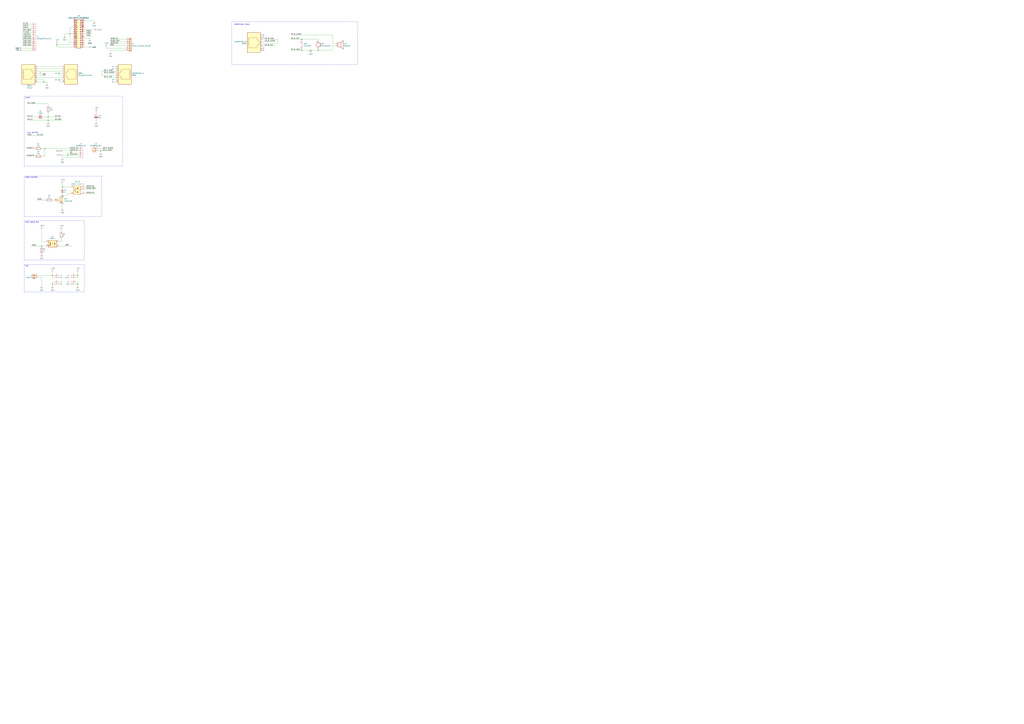
<source format=kicad_sch>
(kicad_sch (version 20211123) (generator eeschema)
  (paper "A0")
  (lib_symbols
    (symbol "Connector:8P8C" (pin_names (offset 1.016))
      (property "Reference" "J" (at -5.08 13.97 0))
      (property "Value" "8P8C" (at 2.54 13.97 0))
      (symbol "8P8C_0_1"
        (polyline (pts (xy -5.08 4.445) (xy -6.35 4.445)))
        (polyline (pts (xy -5.08 5.715) (xy -6.35 5.715)))
        (polyline (pts (xy -6.35 -3.175) (xy -5.08 -3.175) (xy -5.08 -3.175)))
        (polyline (pts (xy -6.35 -1.905) (xy -5.08 -1.905) (xy -5.08 -1.905)))
        (polyline (pts (xy -6.35 -0.635) (xy -5.08 -0.635) (xy -5.08 -0.635)))
        (polyline (pts (xy -6.35 0.635) (xy -5.08 0.635) (xy -5.08 0.635)))
        (polyline (pts (xy -6.35 1.905) (xy -5.08 1.905) (xy -5.08 1.905)))
        (polyline (pts (xy -5.08 3.175) (xy -6.35 3.175) (xy -6.35 3.175)))
        (polyline (pts (xy -6.35 -4.445) (xy -6.35 6.985) (xy 3.81 6.985) (xy 3.81 4.445) (xy 5.08 4.445) (xy 5.08 3.175) (xy 6.35 3.175) (xy 6.35 -0.635) (xy 5.08 -0.635) (xy 5.08 -1.905) (xy 3.81 -1.905) (xy 3.81 -4.445) (xy -6.35 -4.445) (xy -6.35 -4.445)))
        (rectangle (start 7.62 12.7) (end -7.62 -10.16) (stroke (width 0.254)) (fill (type background)))
      )
      (symbol "8P8C_1_1"
        (pin passive line (at 10.16 -7.62 180) (length 2.54) (name "~") (number "1"))
        (pin passive line (at 10.16 -5.08 180) (length 2.54) (name "~") (number "2"))
        (pin passive line (at 10.16 -2.54 180) (length 2.54) (name "~") (number "3"))
        (pin passive line (at 10.16 0 180) (length 2.54) (name "~") (number "4"))
        (pin passive line (at 10.16 2.54 180) (length 2.54) (name "~") (number "5"))
        (pin passive line (at 10.16 5.08 180) (length 2.54) (name "~") (number "6"))
        (pin passive line (at 10.16 7.62 180) (length 2.54) (name "~") (number "7"))
        (pin passive line (at 10.16 10.16 180) (length 2.54) (name "~") (number "8"))
      )
    )
    (symbol "Connector:Conn_01x02_Female" (pin_names (offset 1.016) hide)
      (property "Reference" "J" (at 0 2.54 0))
      (property "Value" "Conn_01x02_Female" (at 0 -5.08 0))
      (symbol "Conn_01x02_Female_1_1"
        (arc (start 0 -2.032) (mid -0.508 -2.54) (end 0 -3.048) (stroke (width 0.1524)))
        (polyline (pts (xy -1.27 -2.54) (xy -0.508 -2.54)) (stroke (width 0.1524)))
        (polyline (pts (xy -1.27 0) (xy -0.508 0)) (stroke (width 0.1524)))
        (arc (start 0 0.508) (mid -0.508 0) (end 0 -0.508) (stroke (width 0.1524)))
        (pin passive line (at -5.08 0 0) (length 3.81) (name "Pin_1") (number "1"))
        (pin passive line (at -5.08 -2.54 0) (length 3.81) (name "Pin_2") (number "2"))
      )
    )
    (symbol "Connector:Conn_01x05_Female" (pin_names (offset 1.016) hide)
      (property "Reference" "J" (at 0 7.62 0))
      (property "Value" "Conn_01x05_Female" (at 0 -7.62 0))
      (symbol "Conn_01x05_Female_1_1"
        (arc (start 0 -4.572) (mid -0.508 -5.08) (end 0 -5.588) (stroke (width 0.1524)))
        (arc (start 0 -2.032) (mid -0.508 -2.54) (end 0 -3.048) (stroke (width 0.1524)))
        (polyline (pts (xy -1.27 -5.08) (xy -0.508 -5.08)) (stroke (width 0.1524)))
        (polyline (pts (xy -1.27 -2.54) (xy -0.508 -2.54)) (stroke (width 0.1524)))
        (polyline (pts (xy -1.27 0) (xy -0.508 0)) (stroke (width 0.1524)))
        (polyline (pts (xy -1.27 2.54) (xy -0.508 2.54)) (stroke (width 0.1524)))
        (polyline (pts (xy -1.27 5.08) (xy -0.508 5.08)) (stroke (width 0.1524)))
        (arc (start 0 0.508) (mid -0.508 0) (end 0 -0.508) (stroke (width 0.1524)))
        (arc (start 0 3.048) (mid -0.508 2.54) (end 0 2.032) (stroke (width 0.1524)))
        (arc (start 0 5.588) (mid -0.508 5.08) (end 0 4.572) (stroke (width 0.1524)))
        (pin passive line (at -5.08 5.08 0) (length 3.81) (name "Pin_1") (number "1"))
        (pin passive line (at -5.08 2.54 0) (length 3.81) (name "Pin_2") (number "2"))
        (pin passive line (at -5.08 0 0) (length 3.81) (name "Pin_3") (number "3"))
        (pin passive line (at -5.08 -2.54 0) (length 3.81) (name "Pin_4") (number "4"))
        (pin passive line (at -5.08 -5.08 0) (length 3.81) (name "Pin_5") (number "5"))
      )
    )
    (symbol "Connector:Conn_01x13_Female" (pin_names (offset 1.016) hide)
      (property "Reference" "J" (at 0 17.78 0))
      (property "Value" "Conn_01x13_Female" (at 0 -17.78 0))
      (symbol "Conn_01x13_Female_1_1"
        (arc (start 0 -14.732) (mid -0.508 -15.24) (end 0 -15.748) (stroke (width 0.1524)))
        (arc (start 0 -12.192) (mid -0.508 -12.7) (end 0 -13.208) (stroke (width 0.1524)))
        (arc (start 0 -9.652) (mid -0.508 -10.16) (end 0 -10.668) (stroke (width 0.1524)))
        (arc (start 0 -7.112) (mid -0.508 -7.62) (end 0 -8.128) (stroke (width 0.1524)))
        (arc (start 0 -4.572) (mid -0.508 -5.08) (end 0 -5.588) (stroke (width 0.1524)))
        (arc (start 0 -2.032) (mid -0.508 -2.54) (end 0 -3.048) (stroke (width 0.1524)))
        (polyline (pts (xy -1.27 -15.24) (xy -0.508 -15.24)) (stroke (width 0.1524)))
        (polyline (pts (xy -1.27 -12.7) (xy -0.508 -12.7)) (stroke (width 0.1524)))
        (polyline (pts (xy -1.27 -10.16) (xy -0.508 -10.16)) (stroke (width 0.1524)))
        (polyline (pts (xy -1.27 -7.62) (xy -0.508 -7.62)) (stroke (width 0.1524)))
        (polyline (pts (xy -1.27 -5.08) (xy -0.508 -5.08)) (stroke (width 0.1524)))
        (polyline (pts (xy -1.27 -2.54) (xy -0.508 -2.54)) (stroke (width 0.1524)))
        (polyline (pts (xy -1.27 0) (xy -0.508 0)) (stroke (width 0.1524)))
        (polyline (pts (xy -1.27 2.54) (xy -0.508 2.54)) (stroke (width 0.1524)))
        (polyline (pts (xy -1.27 5.08) (xy -0.508 5.08)) (stroke (width 0.1524)))
        (polyline (pts (xy -1.27 7.62) (xy -0.508 7.62)) (stroke (width 0.1524)))
        (polyline (pts (xy -1.27 10.16) (xy -0.508 10.16)) (stroke (width 0.1524)))
        (polyline (pts (xy -1.27 12.7) (xy -0.508 12.7)) (stroke (width 0.1524)))
        (polyline (pts (xy -1.27 15.24) (xy -0.508 15.24)) (stroke (width 0.1524)))
        (arc (start 0 0.508) (mid -0.508 0) (end 0 -0.508) (stroke (width 0.1524)))
        (arc (start 0 3.048) (mid -0.508 2.54) (end 0 2.032) (stroke (width 0.1524)))
        (arc (start 0 5.588) (mid -0.508 5.08) (end 0 4.572) (stroke (width 0.1524)))
        (arc (start 0 8.128) (mid -0.508 7.62) (end 0 7.112) (stroke (width 0.1524)))
        (arc (start 0 10.668) (mid -0.508 10.16) (end 0 9.652) (stroke (width 0.1524)))
        (arc (start 0 13.208) (mid -0.508 12.7) (end 0 12.192) (stroke (width 0.1524)))
        (arc (start 0 15.748) (mid -0.508 15.24) (end 0 14.732) (stroke (width 0.1524)))
        (pin passive line (at -5.08 15.24 0) (length 3.81) (name "Pin_1") (number "1"))
        (pin passive line (at -5.08 -7.62 0) (length 3.81) (name "Pin_10") (number "10"))
        (pin passive line (at -5.08 -10.16 0) (length 3.81) (name "Pin_11") (number "11"))
        (pin passive line (at -5.08 -12.7 0) (length 3.81) (name "Pin_12") (number "12"))
        (pin passive line (at -5.08 -15.24 0) (length 3.81) (name "Pin_13") (number "13"))
        (pin passive line (at -5.08 12.7 0) (length 3.81) (name "Pin_2") (number "2"))
        (pin passive line (at -5.08 10.16 0) (length 3.81) (name "Pin_3") (number "3"))
        (pin passive line (at -5.08 7.62 0) (length 3.81) (name "Pin_4") (number "4"))
        (pin passive line (at -5.08 5.08 0) (length 3.81) (name "Pin_5") (number "5"))
        (pin passive line (at -5.08 2.54 0) (length 3.81) (name "Pin_6") (number "6"))
        (pin passive line (at -5.08 0 0) (length 3.81) (name "Pin_7") (number "7"))
        (pin passive line (at -5.08 -2.54 0) (length 3.81) (name "Pin_8") (number "8"))
        (pin passive line (at -5.08 -5.08 0) (length 3.81) (name "Pin_9") (number "9"))
      )
    )
    (symbol "Connector:Screw_Terminal_01x02" (pin_names (offset 1.016) hide)
      (property "Reference" "J" (at 0 2.54 0))
      (property "Value" "Screw_Terminal_01x02" (at 0 -5.08 0))
      (symbol "Screw_Terminal_01x02_1_1"
        (rectangle (start -1.27 1.27) (end 1.27 -3.81) (stroke (width 0.254)) (fill (type background)))
        (circle (center 0 -2.54) (radius 0.635) (stroke (width 0.1524)))
        (polyline (pts (xy -0.5334 -2.2098) (xy 0.3302 -3.048)) (stroke (width 0.1524)))
        (polyline (pts (xy -0.5334 0.3302) (xy 0.3302 -0.508)) (stroke (width 0.1524)))
        (polyline (pts (xy -0.3556 -2.032) (xy 0.508 -2.8702)) (stroke (width 0.1524)))
        (polyline (pts (xy -0.3556 0.508) (xy 0.508 -0.3302)) (stroke (width 0.1524)))
        (circle (center 0 0) (radius 0.635) (stroke (width 0.1524)))
        (pin passive line (at -5.08 0 0) (length 3.81) (name "Pin_1") (number "1"))
        (pin passive line (at -5.08 -2.54 0) (length 3.81) (name "Pin_2") (number "2"))
      )
    )
    (symbol "Connector:Screw_Terminal_01x06" (pin_names (offset 1.016) hide)
      (property "Reference" "J" (at 0 7.62 0))
      (property "Value" "Screw_Terminal_01x06" (at 0 -10.16 0))
      (symbol "Screw_Terminal_01x06_1_1"
        (rectangle (start -1.27 6.35) (end 1.27 -8.89) (stroke (width 0.254)) (fill (type background)))
        (circle (center 0 -7.62) (radius 0.635) (stroke (width 0.1524)))
        (circle (center 0 -5.08) (radius 0.635) (stroke (width 0.1524)))
        (circle (center 0 -2.54) (radius 0.635) (stroke (width 0.1524)))
        (polyline (pts (xy -0.5334 -7.2898) (xy 0.3302 -8.128)) (stroke (width 0.1524)))
        (polyline (pts (xy -0.5334 -4.7498) (xy 0.3302 -5.588)) (stroke (width 0.1524)))
        (polyline (pts (xy -0.5334 -2.2098) (xy 0.3302 -3.048)) (stroke (width 0.1524)))
        (polyline (pts (xy -0.5334 0.3302) (xy 0.3302 -0.508)) (stroke (width 0.1524)))
        (polyline (pts (xy -0.5334 2.8702) (xy 0.3302 2.032)) (stroke (width 0.1524)))
        (polyline (pts (xy -0.5334 5.4102) (xy 0.3302 4.572)) (stroke (width 0.1524)))
        (polyline (pts (xy -0.3556 -7.112) (xy 0.508 -7.9502)) (stroke (width 0.1524)))
        (polyline (pts (xy -0.3556 -4.572) (xy 0.508 -5.4102)) (stroke (width 0.1524)))
        (polyline (pts (xy -0.3556 -2.032) (xy 0.508 -2.8702)) (stroke (width 0.1524)))
        (polyline (pts (xy -0.3556 0.508) (xy 0.508 -0.3302)) (stroke (width 0.1524)))
        (polyline (pts (xy -0.3556 3.048) (xy 0.508 2.2098)) (stroke (width 0.1524)))
        (polyline (pts (xy -0.3556 5.588) (xy 0.508 4.7498)) (stroke (width 0.1524)))
        (circle (center 0 0) (radius 0.635) (stroke (width 0.1524)))
        (circle (center 0 2.54) (radius 0.635) (stroke (width 0.1524)))
        (circle (center 0 5.08) (radius 0.635) (stroke (width 0.1524)))
        (pin passive line (at -5.08 5.08 0) (length 3.81) (name "Pin_1") (number "1"))
        (pin passive line (at -5.08 2.54 0) (length 3.81) (name "Pin_2") (number "2"))
        (pin passive line (at -5.08 0 0) (length 3.81) (name "Pin_3") (number "3"))
        (pin passive line (at -5.08 -2.54 0) (length 3.81) (name "Pin_4") (number "4"))
        (pin passive line (at -5.08 -5.08 0) (length 3.81) (name "Pin_5") (number "5"))
        (pin passive line (at -5.08 -7.62 0) (length 3.81) (name "Pin_6") (number "6"))
      )
    )
    (symbol "Connector_Generic:Conn_01x02" (pin_names (offset 1.016) hide)
      (property "Reference" "J" (at 0 2.54 0))
      (property "Value" "Conn_01x02" (at 0 -5.08 0))
      (symbol "Conn_01x02_1_1"
        (rectangle (start -1.27 -2.413) (end 0 -2.667) (stroke (width 0.1524)))
        (rectangle (start -1.27 0.127) (end 0 -0.127) (stroke (width 0.1524)))
        (rectangle (start -1.27 1.27) (end 1.27 -3.81) (stroke (width 0.254)) (fill (type background)))
        (pin passive line (at -5.08 0 0) (length 3.81) (name "Pin_1") (number "1"))
        (pin passive line (at -5.08 -2.54 0) (length 3.81) (name "Pin_2") (number "2"))
      )
    )
    (symbol "Connector_Generic:Conn_02x13_Top_Bottom" (pin_names (offset 1.016) hide)
      (property "Reference" "J" (at 1.27 17.78 0))
      (property "Value" "Conn_02x13_Top_Bottom" (at 1.27 -17.78 0))
      (symbol "Conn_02x13_Top_Bottom_1_1"
        (rectangle (start -1.27 -15.113) (end 0 -15.367) (stroke (width 0.1524)))
        (rectangle (start -1.27 -12.573) (end 0 -12.827) (stroke (width 0.1524)))
        (rectangle (start -1.27 -10.033) (end 0 -10.287) (stroke (width 0.1524)))
        (rectangle (start -1.27 -7.493) (end 0 -7.747) (stroke (width 0.1524)))
        (rectangle (start -1.27 -4.953) (end 0 -5.207) (stroke (width 0.1524)))
        (rectangle (start -1.27 -2.413) (end 0 -2.667) (stroke (width 0.1524)))
        (rectangle (start -1.27 0.127) (end 0 -0.127) (stroke (width 0.1524)))
        (rectangle (start -1.27 2.667) (end 0 2.413) (stroke (width 0.1524)))
        (rectangle (start -1.27 5.207) (end 0 4.953) (stroke (width 0.1524)))
        (rectangle (start -1.27 7.747) (end 0 7.493) (stroke (width 0.1524)))
        (rectangle (start -1.27 10.287) (end 0 10.033) (stroke (width 0.1524)))
        (rectangle (start -1.27 12.827) (end 0 12.573) (stroke (width 0.1524)))
        (rectangle (start -1.27 15.367) (end 0 15.113) (stroke (width 0.1524)))
        (rectangle (start -1.27 16.51) (end 3.81 -16.51) (stroke (width 0.254)) (fill (type background)))
        (rectangle (start 3.81 -15.113) (end 2.54 -15.367) (stroke (width 0.1524)))
        (rectangle (start 3.81 -12.573) (end 2.54 -12.827) (stroke (width 0.1524)))
        (rectangle (start 3.81 -10.033) (end 2.54 -10.287) (stroke (width 0.1524)))
        (rectangle (start 3.81 -7.493) (end 2.54 -7.747) (stroke (width 0.1524)))
        (rectangle (start 3.81 -4.953) (end 2.54 -5.207) (stroke (width 0.1524)))
        (rectangle (start 3.81 -2.413) (end 2.54 -2.667) (stroke (width 0.1524)))
        (rectangle (start 3.81 0.127) (end 2.54 -0.127) (stroke (width 0.1524)))
        (rectangle (start 3.81 2.667) (end 2.54 2.413) (stroke (width 0.1524)))
        (rectangle (start 3.81 5.207) (end 2.54 4.953) (stroke (width 0.1524)))
        (rectangle (start 3.81 7.747) (end 2.54 7.493) (stroke (width 0.1524)))
        (rectangle (start 3.81 10.287) (end 2.54 10.033) (stroke (width 0.1524)))
        (rectangle (start 3.81 12.827) (end 2.54 12.573) (stroke (width 0.1524)))
        (rectangle (start 3.81 15.367) (end 2.54 15.113) (stroke (width 0.1524)))
        (pin passive line (at -5.08 15.24 0) (length 3.81) (name "Pin_1") (number "1"))
        (pin passive line (at -5.08 -7.62 0) (length 3.81) (name "Pin_10") (number "10"))
        (pin passive line (at -5.08 -10.16 0) (length 3.81) (name "Pin_11") (number "11"))
        (pin passive line (at -5.08 -12.7 0) (length 3.81) (name "Pin_12") (number "12"))
        (pin passive line (at -5.08 -15.24 0) (length 3.81) (name "Pin_13") (number "13"))
        (pin passive line (at 7.62 15.24 180) (length 3.81) (name "Pin_14") (number "14"))
        (pin passive line (at 7.62 12.7 180) (length 3.81) (name "Pin_15") (number "15"))
        (pin passive line (at 7.62 10.16 180) (length 3.81) (name "Pin_16") (number "16"))
        (pin passive line (at 7.62 7.62 180) (length 3.81) (name "Pin_17") (number "17"))
        (pin passive line (at 7.62 5.08 180) (length 3.81) (name "Pin_18") (number "18"))
        (pin passive line (at 7.62 2.54 180) (length 3.81) (name "Pin_19") (number "19"))
        (pin passive line (at -5.08 12.7 0) (length 3.81) (name "Pin_2") (number "2"))
        (pin passive line (at 7.62 0 180) (length 3.81) (name "Pin_20") (number "20"))
        (pin passive line (at 7.62 -2.54 180) (length 3.81) (name "Pin_21") (number "21"))
        (pin passive line (at 7.62 -5.08 180) (length 3.81) (name "Pin_22") (number "22"))
        (pin passive line (at 7.62 -7.62 180) (length 3.81) (name "Pin_23") (number "23"))
        (pin passive line (at 7.62 -10.16 180) (length 3.81) (name "Pin_24") (number "24"))
        (pin passive line (at 7.62 -12.7 180) (length 3.81) (name "Pin_25") (number "25"))
        (pin passive line (at 7.62 -15.24 180) (length 3.81) (name "Pin_26") (number "26"))
        (pin passive line (at -5.08 10.16 0) (length 3.81) (name "Pin_3") (number "3"))
        (pin passive line (at -5.08 7.62 0) (length 3.81) (name "Pin_4") (number "4"))
        (pin passive line (at -5.08 5.08 0) (length 3.81) (name "Pin_5") (number "5"))
        (pin passive line (at -5.08 2.54 0) (length 3.81) (name "Pin_6") (number "6"))
        (pin passive line (at -5.08 0 0) (length 3.81) (name "Pin_7") (number "7"))
        (pin passive line (at -5.08 -2.54 0) (length 3.81) (name "Pin_8") (number "8"))
        (pin passive line (at -5.08 -5.08 0) (length 3.81) (name "Pin_9") (number "9"))
      )
    )
    (symbol "Device:C" (pin_numbers hide) (pin_names (offset 0.254))
      (property "Reference" "C" (at 0.635 2.54 0))
      (property "Value" "C" (at 0.635 -2.54 0))
      (symbol "C_0_1"
        (polyline (pts (xy -2.032 -0.762) (xy 2.032 -0.762)) (stroke (width 0.508)))
        (polyline (pts (xy -2.032 0.762) (xy 2.032 0.762)) (stroke (width 0.508)))
      )
      (symbol "C_1_1"
        (pin passive line (at 0 3.81 270) (length 2.794) (name "~") (number "1"))
        (pin passive line (at 0 -3.81 90) (length 2.794) (name "~") (number "2"))
      )
    )
    (symbol "Device:D" (pin_numbers hide) (pin_names (offset 1.016) hide)
      (property "Reference" "D" (at 0 2.54 0))
      (property "Value" "D" (at 0 -2.54 0))
      (symbol "D_0_1"
        (polyline (pts (xy -1.27 1.27) (xy -1.27 -1.27)) (stroke (width 0.254)))
        (polyline (pts (xy 1.27 0) (xy -1.27 0)))
        (polyline (pts (xy 1.27 1.27) (xy 1.27 -1.27) (xy -1.27 0) (xy 1.27 1.27)) (stroke (width 0.254)))
      )
      (symbol "D_1_1"
        (pin passive line (at -3.81 0 0) (length 2.54) (name "K") (number "1"))
        (pin passive line (at 3.81 0 180) (length 2.54) (name "A") (number "2"))
      )
    )
    (symbol "Device:Microphone" (pin_names (offset 0.0254) hide)
      (property "Reference" "MK" (at -3.81 1.27 0))
      (property "Value" "Microphone" (at -3.81 -0.635 0))
      (symbol "Microphone_0_1"
        (polyline (pts (xy -2.54 2.54) (xy -2.54 -2.54)) (stroke (width 0.254)))
        (polyline (pts (xy 0.254 3.81) (xy 0.762 3.81)))
        (polyline (pts (xy 0.508 4.064) (xy 0.508 3.556)))
        (circle (center 0 0) (radius 2.54) (stroke (width 0.254)))
      )
      (symbol "Microphone_1_1"
        (pin passive line (at 0 -5.08 90) (length 2.54) (name "-") (number "1"))
        (pin passive line (at 0 5.08 270) (length 2.54) (name "+") (number "2"))
      )
    )
    (symbol "Device:R" (pin_numbers hide) (pin_names (offset 0))
      (property "Reference" "R" (at 2.032 0 90))
      (property "Value" "R" (at 0 0 90))
      (symbol "R_0_1"
        (rectangle (start -1.016 -2.54) (end 1.016 2.54) (stroke (width 0.254)))
      )
      (symbol "R_1_1"
        (pin passive line (at 0 3.81 270) (length 1.27) (name "~") (number "1"))
        (pin passive line (at 0 -3.81 90) (length 1.27) (name "~") (number "2"))
      )
    )
    (symbol "Device:Speaker" (pin_names (offset 0) hide)
      (property "Reference" "LS" (at 1.27 5.715 0))
      (property "Value" "Speaker" (at 1.27 3.81 0))
      (symbol "Speaker_0_0"
        (rectangle (start -2.54 1.27) (end 1.016 -3.81) (stroke (width 0.254)))
        (polyline (pts (xy 1.016 1.27) (xy 3.556 3.81) (xy 3.556 -6.35) (xy 1.016 -3.81)) (stroke (width 0.254)))
      )
      (symbol "Speaker_1_1"
        (pin input line (at -5.08 0 0) (length 2.54) (name "1") (number "1"))
        (pin input line (at -5.08 -2.54 0) (length 2.54) (name "2") (number "2"))
      )
    )
    (symbol "Isolator:PC817" (pin_names (offset 1.016))
      (property "Reference" "U" (at -5.08 5.08 0))
      (property "Value" "PC817" (at 0 5.08 0))
      (symbol "PC817_0_1"
        (rectangle (start -5.08 3.81) (end 5.08 -3.81) (stroke (width 0.254)) (fill (type background)))
        (polyline (pts (xy -3.175 -0.635) (xy -1.905 -0.635)) (stroke (width 0.254)))
        (polyline (pts (xy 2.54 0.635) (xy 4.445 2.54)))
        (polyline (pts (xy 4.445 -2.54) (xy 2.54 -0.635)) (fill (type outline)))
        (polyline (pts (xy 4.445 -2.54) (xy 5.08 -2.54)))
        (polyline (pts (xy 4.445 2.54) (xy 5.08 2.54)))
        (polyline (pts (xy -5.08 2.54) (xy -2.54 2.54) (xy -2.54 -0.635)))
        (polyline (pts (xy -2.54 -0.635) (xy -2.54 -2.54) (xy -5.08 -2.54)))
        (polyline (pts (xy 2.54 1.905) (xy 2.54 -1.905) (xy 2.54 -1.905)) (stroke (width 0.508)))
        (polyline (pts (xy -2.54 -0.635) (xy -3.175 0.635) (xy -1.905 0.635) (xy -2.54 -0.635)) (stroke (width 0.254)))
        (polyline (pts (xy -0.508 -0.508) (xy 0.762 -0.508) (xy 0.381 -0.635) (xy 0.381 -0.381) (xy 0.762 -0.508)))
        (polyline (pts (xy -0.508 0.508) (xy 0.762 0.508) (xy 0.381 0.381) (xy 0.381 0.635) (xy 0.762 0.508)))
        (polyline (pts (xy 3.048 -1.651) (xy 3.556 -1.143) (xy 4.064 -2.159) (xy 3.048 -1.651) (xy 3.048 -1.651)) (fill (type outline)))
      )
      (symbol "PC817_1_1"
        (pin passive line (at -7.62 2.54 0) (length 2.54) (name "~") (number "1"))
        (pin passive line (at -7.62 -2.54 0) (length 2.54) (name "~") (number "2"))
        (pin passive line (at 7.62 -2.54 180) (length 2.54) (name "~") (number "3"))
        (pin passive line (at 7.62 2.54 180) (length 2.54) (name "~") (number "4"))
      )
    )
    (symbol "Switch:SW_SPST" (pin_names (offset 0) hide)
      (property "Reference" "SW" (at 0 3.175 0))
      (property "Value" "SW_SPST" (at 0 -2.54 0))
      (symbol "SW_SPST_0_0"
        (circle (center -2.032 0) (radius 0.508))
        (polyline (pts (xy -1.524 0.254) (xy 1.524 1.778)))
        (circle (center 2.032 0) (radius 0.508))
      )
      (symbol "SW_SPST_1_1"
        (pin passive line (at -5.08 0 0) (length 2.54) (name "A") (number "1"))
        (pin passive line (at 5.08 0 180) (length 2.54) (name "B") (number "2"))
      )
    )
    (symbol "doorphone_hw-rescue:+3.3V-power" (power) (pin_names (offset 0))
      (property "Value" "+3.3V-power" (at 0 3.556 0))
      (symbol "+3.3V-power_0_1"
        (polyline (pts (xy -0.762 1.27) (xy 0 2.54)))
        (polyline (pts (xy 0 0) (xy 0 2.54)))
        (polyline (pts (xy 0 2.54) (xy 0.762 1.27)))
      )
      (symbol "+3.3V-power_1_1"
        (pin power_in line (at 0 0 90) (length 0) hide (name "+3V3") (number "1"))
      )
    )
    (symbol "doorphone_hw-rescue:2N5109-dk_Transistors-Bipolar-BJT-RF" (pin_names (offset 0))
      (property "Reference" "Q" (at -5.1816 4.064 0))
      (property "Value" "2N5109-dk_Transistors-Bipolar-BJT-RF" (at 2.8448 -0.0508 90))
      (symbol "2N5109-dk_Transistors-Bipolar-BJT-RF_0_1"
        (circle (center -2.54 0) (radius 3.3528) (fill (type background)))
        (polyline (pts (xy -6.35 0) (xy -5.08 0)))
        (polyline (pts (xy -6.096 0) (xy -2.54 0)))
        (polyline (pts (xy -2.54 -1.27) (xy 0 -2.54)))
        (polyline (pts (xy -2.54 1.27) (xy 0 2.54)))
        (polyline (pts (xy -2.54 2.54) (xy -2.54 -2.54)))
        (polyline (pts (xy -1.016 -1.27) (xy -0.508 -2.286) (xy -1.524 -2.54) (xy -1.016 -1.27)) (fill (type outline)))
      )
      (symbol "2N5109-dk_Transistors-Bipolar-BJT-RF_1_1"
        (pin passive line (at 0 -5.08 90) (length 2.54) (name "E") (number "1"))
        (pin input line (at -8.89 0 0) (length 2.54) (name "B") (number "2"))
        (pin passive line (at 0 5.08 270) (length 2.54) (name "C") (number "3"))
      )
    )
    (symbol "doorphone_hw-rescue:CP-Device" (pin_numbers hide) (pin_names (offset 0.254))
      (property "Reference" "C" (at 0.635 2.54 0))
      (property "Value" "CP-Device" (at 0.635 -2.54 0))
      (symbol "CP-Device_0_1"
        (rectangle (start -2.286 0.508) (end 2.286 1.016))
        (polyline (pts (xy -1.778 2.286) (xy -0.762 2.286)))
        (polyline (pts (xy -1.27 2.794) (xy -1.27 1.778)))
        (rectangle (start 2.286 -0.508) (end -2.286 -1.016) (fill (type outline)))
      )
      (symbol "CP-Device_1_1"
        (pin passive line (at 0 3.81 270) (length 2.794) (name "~") (number "1"))
        (pin passive line (at 0 -3.81 90) (length 2.794) (name "~") (number "2"))
      )
    )
    (symbol "doorphone_hw-rescue:JSM1-12V-5-dk_Automotive-Relays" (pin_names (offset 0.0254) hide)
      (property "Reference" "RLY" (at -3.81 5.08 0))
      (property "Value" "JSM1-12V-5-dk_Automotive-Relays" (at 1.27 -8.89 0))
      (symbol "JSM1-12V-5-dk_Automotive-Relays_0_1"
        (rectangle (start -3.81 3.81) (end 5.08 -6.35) (fill (type background)))
        (arc (start -3.175 -2.2098) (mid -2.2251 -2.5197) (end -1.27 -2.2098))
        (arc (start -3.175 -0.3048) (mid -2.2212 -0.5353) (end -1.27 -0.3048))
        (arc (start -2.54 -4.1148) (mid -1.905 -4.2647) (end -1.27 -4.1148))
        (arc (start -1.27 -4.1148) (mid -0.7708 -3.168) (end -1.27 -2.2098))
        (arc (start -1.27 -2.2098) (mid -2.2199 -1.8999) (end -3.175 -2.2098))
        (arc (start -1.27 -2.2098) (mid -0.7708 -1.263) (end -1.27 -0.3048))
        (arc (start -1.27 -0.3048) (mid -2.2199 0.0051) (end -3.175 -0.3048))
        (arc (start -1.27 -0.3048) (mid -0.7708 0.642) (end -1.27 1.6002))
        (arc (start -1.27 1.6002) (mid -1.905 1.7501) (end -2.54 1.6002))
        (polyline (pts (xy -2.54 -5.0546) (xy -2.54 -4.1148)))
        (polyline (pts (xy -2.54 1.6002) (xy -2.54 2.54)))
        (polyline (pts (xy 1.27 -5.08) (xy 4.445 -5.08)))
        (polyline (pts (xy 3.81 -1.27) (xy 0 0.635)))
        (polyline (pts (xy 4.445 2.54) (xy 1.27 2.54)))
        (polyline (pts (xy 5.08 -5.08) (xy 4.445 -5.08)))
        (polyline (pts (xy 5.08 0) (xy 4.445 0)))
        (polyline (pts (xy 5.08 2.54) (xy 4.445 2.54)))
        (polyline (pts (xy 4.445 0) (xy 4.445 -1.27) (xy 3.81 -1.27)))
        (polyline (pts (xy 1.27 -5.08) (xy 1.27 -3.81) (xy 0.635 -3.81) (xy 1.27 -2.54) (xy 1.905 -3.81) (xy 1.27 -3.81)) (fill (type outline)))
        (polyline (pts (xy 1.27 2.54) (xy 1.27 1.27) (xy 0.635 1.27) (xy 1.27 0) (xy 1.905 1.27) (xy 1.27 1.27)) (fill (type outline)))
      )
      (symbol "JSM1-12V-5-dk_Automotive-Relays_1_1"
        (pin passive line (at 10.16 0 180) (length 5.08) (name "COM") (number "1"))
        (pin input line (at -7.62 2.54 0) (length 5.08) (name "~") (number "2"))
        (pin passive line (at 10.16 -5.08 180) (length 5.08) (name "NO") (number "3"))
        (pin passive line (at 10.16 2.54 180) (length 5.08) (name "NC") (number "4"))
        (pin input line (at -7.62 -5.08 0) (length 5.08) (name "~") (number "5"))
      )
    )
    (symbol "power:+12V" (power) (pin_names (offset 0))
      (property "Value" "+12V" (at 0 3.556 0))
      (symbol "+12V_0_1"
        (polyline (pts (xy -0.762 1.27) (xy 0 2.54)))
        (polyline (pts (xy 0 0) (xy 0 2.54)))
        (polyline (pts (xy 0 2.54) (xy 0.762 1.27)))
      )
      (symbol "+12V_1_1"
        (pin power_in line (at 0 0 90) (length 0) hide (name "+12V") (number "1"))
      )
    )
    (symbol "power:+5V" (power) (pin_names (offset 0))
      (property "Value" "+5V" (at 0 3.556 0))
      (symbol "+5V_0_1"
        (polyline (pts (xy -0.762 1.27) (xy 0 2.54)))
        (polyline (pts (xy 0 0) (xy 0 2.54)))
        (polyline (pts (xy 0 2.54) (xy 0.762 1.27)))
      )
      (symbol "+5V_1_1"
        (pin power_in line (at 0 0 90) (length 0) hide (name "+5V") (number "1"))
      )
    )
    (symbol "power:GND" (power) (pin_names (offset 0))
      (property "Value" "GND" (at 0 -3.81 0))
      (symbol "GND_0_1"
        (polyline (pts (xy 0 0) (xy 0 -1.27) (xy 1.27 -1.27) (xy 0 -2.54) (xy -1.27 -1.27) (xy 0 -1.27)))
      )
      (symbol "GND_1_1"
        (pin power_in line (at 0 0 270) (length 0) hide (name "GND") (number "1"))
      )
    )
  )
  (junction (at 116.84 175.26))
  (junction (at 50.8 95.25))
  (junction (at 369.57 58.42))
  (junction (at 66.04 52.07))
  (junction (at 90.17 320.04))
  (junction (at 48.26 285.75))
  (junction (at 68.58 92.71))
  (junction (at 360.68 58.42))
  (junction (at 55.88 135.89))
  (junction (at 60.96 320.04))
  (junction (at 60.96 330.2))
  (junction (at 72.39 227.33))
  (junction (at 350.52 58.42))
  (junction (at 55.88 139.7))
  (junction (at 52.07 172.72))
  (junction (at 68.58 85.09))
  (junction (at 72.39 217.17))
  (junction (at 350.52 45.72))
  (junction (at 90.17 330.2))
  (junction (at 81.28 39.37))
  (junction (at 78.74 180.34))
  (no_connect (at 306.07 58.42))
  (no_connect (at 130.81 95.25))
  (no_connect (at 306.07 40.64))
  (no_connect (at 306.07 55.88))
  (no_connect (at 130.81 77.47))
  (no_connect (at 46.99 85.09))
  (no_connect (at 130.81 80.01))
  (no_connect (at 64.77 85.09))
  (no_connect (at 64.77 92.71))
  (no_connect (at 306.07 43.18))
  (no_connect (at 130.81 92.71))
  (polyline (pts (xy 118.11 251.46) (xy 118.11 204.47)))
  (wire (pts (xy 71.12 276.86) (xy 71.12 280.67)))
  (wire (pts (xy 72.39 217.17) (xy 81.28 217.17)))
  (wire (pts (xy 128.27 60.96) (xy 128.27 58.42)))
  (wire (pts (xy 72.39 82.55) (xy 43.18 82.55)))
  (wire (pts (xy 50.8 92.71) (xy 43.18 92.71)))
  (wire (pts (xy 52.07 172.72) (xy 48.26 172.72)))
  (wire (pts (xy 304.8 50.8) (xy 322.58 50.8)))
  (wire (pts (xy 50.8 95.25) (xy 50.8 92.71)))
  (polyline (pts (xy 27.94 339.09) (xy 97.79 339.09)))
  (wire (pts (xy 97.79 36.83) (xy 106.68 36.83)))
  (wire (pts (xy 99.06 224.79) (xy 111.76 224.79)))
  (wire (pts (xy 48.26 285.75) (xy 53.34 285.75)))
  (polyline (pts (xy 97.79 256.54) (xy 97.79 302.26)))
  (wire (pts (xy 71.12 269.24) (xy 71.12 266.7)))
  (wire (pts (xy 48.26 295.91) (xy 48.26 294.64)))
  (wire (pts (xy 68.58 85.09) (xy 68.58 87.63)))
  (wire (pts (xy 36.83 38.1) (xy 25.4 38.1)))
  (wire (pts (xy 55.88 135.89) (xy 72.39 135.89)))
  (wire (pts (xy 90.17 320.04) (xy 90.17 322.58)))
  (wire (pts (xy 72.39 180.34) (xy 78.74 180.34)))
  (wire (pts (xy 68.58 87.63) (xy 72.39 87.63)))
  (wire (pts (xy 130.81 92.71) (xy 134.62 92.71)))
  (wire (pts (xy 97.79 54.61) (xy 102.87 54.61)))
  (wire (pts (xy 90.17 327.66) (xy 90.17 330.2)))
  (wire (pts (xy 118.11 87.63) (xy 118.11 82.55)))
  (wire (pts (xy 55.88 139.7) (xy 72.39 139.7)))
  (wire (pts (xy 63.5 322.58) (xy 60.96 322.58)))
  (wire (pts (xy 53.34 232.41) (xy 41.91 232.41)))
  (wire (pts (xy 81.28 224.79) (xy 78.74 224.79)))
  (wire (pts (xy 43.18 85.09) (xy 46.99 85.09)))
  (wire (pts (xy 72.39 217.17) (xy 72.39 218.44)))
  (wire (pts (xy 99.06 219.71) (xy 111.76 219.71)))
  (wire (pts (xy 66.04 52.07) (xy 85.09 52.07)))
  (wire (pts (xy 146.05 45.72) (xy 128.27 45.72)))
  (wire (pts (xy 118.11 82.55) (xy 134.62 82.55)))
  (wire (pts (xy 386.08 50.8) (xy 386.08 40.64)))
  (polyline (pts (xy 27.94 256.54) (xy 97.79 256.54)))
  (wire (pts (xy 322.58 45.72) (xy 322.58 50.8)))
  (wire (pts (xy 146.05 48.26) (xy 128.27 48.26)))
  (wire (pts (xy 350.52 45.72) (xy 337.82 45.72)))
  (wire (pts (xy 50.8 95.25) (xy 54.61 95.25)))
  (wire (pts (xy 36.83 27.94) (xy 25.4 27.94)))
  (wire (pts (xy 123.19 55.88) (xy 123.19 54.61)))
  (wire (pts (xy 60.96 327.66) (xy 60.96 330.2)))
  (wire (pts (xy 104.14 44.45) (xy 104.14 45.72)))
  (wire (pts (xy 60.96 316.23) (xy 60.96 320.04)))
  (wire (pts (xy 91.44 177.8) (xy 78.74 177.8)))
  (wire (pts (xy 72.39 85.09) (xy 68.58 85.09)))
  (wire (pts (xy 97.79 44.45) (xy 104.14 44.45)))
  (wire (pts (xy 72.39 182.88) (xy 91.44 182.88)))
  (wire (pts (xy 369.57 58.42) (xy 360.68 58.42)))
  (wire (pts (xy 350.52 58.42) (xy 337.82 58.42)))
  (wire (pts (xy 36.83 43.18) (xy 25.4 43.18)))
  (wire (pts (xy 60.96 330.2) (xy 63.5 330.2)))
  (polyline (pts (xy 118.11 204.47) (xy 27.94 204.47)))
  (wire (pts (xy 60.96 332.74) (xy 60.96 330.2)))
  (wire (pts (xy 111.76 139.7) (xy 111.76 142.24)))
  (wire (pts (xy 54.61 95.25) (xy 54.61 97.79)))
  (wire (pts (xy 68.58 85.09) (xy 64.77 85.09)))
  (wire (pts (xy 55.88 142.24) (xy 55.88 139.7)))
  (wire (pts (xy 90.17 316.23) (xy 90.17 320.04)))
  (wire (pts (xy 78.74 224.79) (xy 78.74 227.33)))
  (polyline (pts (xy 27.94 307.34) (xy 27.94 339.09)))
  (wire (pts (xy 53.34 280.67) (xy 48.26 280.67)))
  (wire (pts (xy 304.8 40.64) (xy 306.07 40.64)))
  (wire (pts (xy 146.05 58.42) (xy 128.27 58.42)))
  (wire (pts (xy 386.08 53.34) (xy 389.89 53.34)))
  (wire (pts (xy 90.17 330.2) (xy 87.63 330.2)))
  (wire (pts (xy 72.39 237.49) (xy 72.39 242.57)))
  (wire (pts (xy 116.84 175.26) (xy 132.08 175.26)))
  (wire (pts (xy 68.58 92.71) (xy 64.77 92.71)))
  (wire (pts (xy 44.45 320.04) (xy 60.96 320.04)))
  (polyline (pts (xy 27.94 193.04) (xy 142.24 193.04)))
  (wire (pts (xy 43.18 90.17) (xy 72.39 90.17)))
  (polyline (pts (xy 142.24 111.76) (xy 142.24 193.04)))
  (wire (pts (xy 52.07 181.61) (xy 52.07 172.72)))
  (wire (pts (xy 304.8 43.18) (xy 306.07 43.18)))
  (wire (pts (xy 31.75 157.48) (xy 50.8 157.48)))
  (wire (pts (xy 146.05 53.34) (xy 128.27 53.34)))
  (wire (pts (xy 48.26 181.61) (xy 52.07 181.61)))
  (wire (pts (xy 97.79 24.13) (xy 109.22 24.13)))
  (wire (pts (xy 78.74 180.34) (xy 91.44 180.34)))
  (wire (pts (xy 63.5 327.66) (xy 60.96 327.66)))
  (wire (pts (xy 91.44 175.26) (xy 72.39 175.26)))
  (wire (pts (xy 90.17 332.74) (xy 90.17 330.2)))
  (wire (pts (xy 81.28 31.75) (xy 85.09 31.75)))
  (wire (pts (xy 386.08 40.64) (xy 337.82 40.64)))
  (wire (pts (xy 72.39 92.71) (xy 68.58 92.71)))
  (wire (pts (xy 87.63 327.66) (xy 90.17 327.66)))
  (wire (pts (xy 369.57 46.99) (xy 369.57 45.72)))
  (polyline (pts (xy 97.79 307.34) (xy 27.94 307.34)))
  (wire (pts (xy 116.84 175.26) (xy 116.84 177.8)))
  (wire (pts (xy 85.09 49.53) (xy 81.28 49.53)))
  (wire (pts (xy 48.26 287.02) (xy 48.26 285.75)))
  (wire (pts (xy 68.58 285.75) (xy 83.82 285.75)))
  (wire (pts (xy 60.96 322.58) (xy 60.96 320.04)))
  (wire (pts (xy 109.22 24.13) (xy 109.22 25.4)))
  (wire (pts (xy 99.06 217.17) (xy 111.76 217.17)))
  (wire (pts (xy 43.18 95.25) (xy 50.8 95.25)))
  (wire (pts (xy 48.26 322.58) (xy 48.26 332.74)))
  (polyline (pts (xy 97.79 302.26) (xy 27.94 302.26)))
  (wire (pts (xy 55.88 120.65) (xy 31.75 120.65)))
  (polyline (pts (xy 269.24 74.93) (xy 415.29 74.93)))
  (wire (pts (xy 130.81 80.01) (xy 134.62 80.01)))
  (wire (pts (xy 55.88 130.81) (xy 55.88 135.89)))
  (wire (pts (xy 36.83 33.02) (xy 25.4 33.02)))
  (wire (pts (xy 44.45 322.58) (xy 48.26 322.58)))
  (wire (pts (xy 90.17 322.58) (xy 87.63 322.58)))
  (polyline (pts (xy 27.94 204.47) (xy 27.94 251.46)))
  (wire (pts (xy 304.8 48.26) (xy 320.04 48.26)))
  (wire (pts (xy 304.8 58.42) (xy 306.07 58.42)))
  (wire (pts (xy 130.81 77.47) (xy 134.62 77.47)))
  (wire (pts (xy 25.4 58.42) (xy 36.83 58.42)))
  (wire (pts (xy 146.05 50.8) (xy 128.27 50.8)))
  (wire (pts (xy 81.28 49.53) (xy 81.28 39.37)))
  (wire (pts (xy 97.79 34.29) (xy 109.22 34.29)))
  (wire (pts (xy 68.58 95.25) (xy 72.39 95.25)))
  (wire (pts (xy 304.8 55.88) (xy 306.07 55.88)))
  (wire (pts (xy 50.8 135.89) (xy 55.88 135.89)))
  (wire (pts (xy 52.07 172.72) (xy 91.44 172.72)))
  (wire (pts (xy 386.08 58.42) (xy 386.08 53.34)))
  (wire (pts (xy 36.83 48.26) (xy 25.4 48.26)))
  (wire (pts (xy 130.81 95.25) (xy 134.62 95.25)))
  (wire (pts (xy 31.75 139.7) (xy 55.88 139.7)))
  (wire (pts (xy 36.83 55.88) (xy 25.4 55.88)))
  (wire (pts (xy 74.93 41.91) (xy 74.93 39.37)))
  (wire (pts (xy 81.28 39.37) (xy 85.09 39.37)))
  (wire (pts (xy 87.63 320.04) (xy 90.17 320.04)))
  (wire (pts (xy 68.58 280.67) (xy 71.12 280.67)))
  (wire (pts (xy 68.58 92.71) (xy 68.58 95.25)))
  (wire (pts (xy 97.79 39.37) (xy 106.68 39.37)))
  (polyline (pts (xy 269.24 25.4) (xy 269.24 74.93)))
  (polyline (pts (xy 97.79 339.09) (xy 97.79 307.34)))
  (polyline (pts (xy 27.94 193.04) (xy 27.94 111.76)))
  (wire (pts (xy 72.39 77.47) (xy 43.18 77.47)))
  (wire (pts (xy 114.3 175.26) (xy 116.84 175.26)))
  (wire (pts (xy 78.74 177.8) (xy 78.74 180.34)))
  (wire (pts (xy 72.39 227.33) (xy 72.39 226.06)))
  (wire (pts (xy 123.19 55.88) (xy 146.05 55.88)))
  (wire (pts (xy 85.09 54.61) (xy 66.04 54.61)))
  (polyline (pts (xy 415.29 74.93) (xy 415.29 25.4)))
  (wire (pts (xy 72.39 217.17) (xy 72.39 213.36)))
  (wire (pts (xy 360.68 58.42) (xy 350.52 58.42)))
  (wire (pts (xy 350.52 45.72) (xy 350.52 46.99)))
  (wire (pts (xy 36.83 30.48) (xy 25.4 30.48)))
  (wire (pts (xy 30.48 181.61) (xy 40.64 181.61)))
  (wire (pts (xy 369.57 57.15) (xy 369.57 58.42)))
  (wire (pts (xy 55.88 123.19) (xy 55.88 120.65)))
  (wire (pts (xy 111.76 129.54) (xy 111.76 132.08)))
  (wire (pts (xy 30.48 172.72) (xy 40.64 172.72)))
  (wire (pts (xy 120.65 90.17) (xy 134.62 90.17)))
  (wire (pts (xy 35.56 285.75) (xy 48.26 285.75)))
  (wire (pts (xy 60.96 232.41) (xy 63.5 232.41)))
  (wire (pts (xy 66.04 54.61) (xy 66.04 52.07)))
  (wire (pts (xy 72.39 184.15) (xy 72.39 182.88)))
  (wire (pts (xy 36.83 35.56) (xy 25.4 35.56)))
  (wire (pts (xy 304.8 45.72) (xy 322.58 45.72)))
  (wire (pts (xy 60.96 320.04) (xy 63.5 320.04)))
  (polyline (pts (xy 27.94 111.76) (xy 142.24 111.76)))
  (polyline (pts (xy 415.29 25.4) (xy 269.24 25.4)))
  (wire (pts (xy 389.89 50.8) (xy 386.08 50.8)))
  (wire (pts (xy 114.3 172.72) (xy 132.08 172.72)))
  (wire (pts (xy 43.18 87.63) (xy 53.34 87.63)))
  (wire (pts (xy 81.28 39.37) (xy 81.28 31.75)))
  (wire (pts (xy 36.83 45.72) (xy 25.4 45.72)))
  (wire (pts (xy 97.79 41.91) (xy 106.68 41.91)))
  (polyline (pts (xy 27.94 251.46) (xy 118.11 251.46)))
  (wire (pts (xy 36.83 50.8) (xy 25.4 50.8)))
  (wire (pts (xy 66.04 50.8) (xy 66.04 52.07)))
  (wire (pts (xy 43.18 135.89) (xy 31.75 135.89)))
  (polyline (pts (xy 27.94 302.26) (xy 27.94 256.54)))
  (wire (pts (xy 36.83 53.34) (xy 25.4 53.34)))
  (wire (pts (xy 78.74 227.33) (xy 72.39 227.33)))
  (wire (pts (xy 74.93 39.37) (xy 81.28 39.37)))
  (wire (pts (xy 36.83 40.64) (xy 25.4 40.64)))
  (wire (pts (xy 369.57 58.42) (xy 386.08 58.42)))
  (wire (pts (xy 48.26 266.7) (xy 48.26 280.67)))
  (wire (pts (xy 120.65 85.09) (xy 134.62 85.09)))
  (wire (pts (xy 304.8 53.34) (xy 320.04 53.34)))
  (wire (pts (xy 72.39 80.01) (xy 43.18 80.01)))
  (wire (pts (xy 118.11 87.63) (xy 134.62 87.63)))
  (wire (pts (xy 369.57 45.72) (xy 350.52 45.72)))
  (wire (pts (xy 350.52 58.42) (xy 350.52 57.15)))
  (text "DOORPHONE PANEL" (at 271.78 29.21 0) (effects (font (size 1.27 1.27)) (justify left bottom)))
  (text "PSU\n" (at 29.21 309.88 0) (effects (font (size 1.27 1.27)) (justify left bottom)))
  (text "OPEN DOOR BTN" (at 29.21 259.08 0) (effects (font (size 1.27 1.27)) (justify left bottom)))
  (text "CALL BUTTON" (at 31.75 154.94 0) (effects (font (size 1.27 1.27)) (justify left bottom)))
  (text "AUDIO" (at 29.21 114.3 0) (effects (font (size 1.27 1.27)) (justify left bottom)))
  (text "DOOR CONTROL" (at 29.21 207.01 0) (effects (font (size 1.27 1.27)) (justify left bottom)))
  (label "PAM_VCC" (at 81.28 180.34 0))
  (label "~{BTN}" (at 128.27 53.34 0))
  (label "SD" (at 81.28 177.8 0))
  (label "PA00" (at 100.33 39.37 0))
  (label "USB-DP2" (at 26.67 50.8 0))
  (label "MIC1P" (at 26.67 33.02 0))
  (label "USB-DM2" (at 26.67 53.34 0))
  (label "DP_GND" (at 63.5 139.7 0))
  (label "MIC1N" (at 31.75 139.7 0))
  (label "LINEOUTR" (at 26.67 43.18 0))
  (label "DOOR_NC" (at 128.27 45.72 0))
  (label "~{BTN}" (at 49.53 87.63 0))
  (label "DP_B-GND" (at 307.34 45.72 0))
  (label "LINEOUTL" (at 26.67 40.64 0))
  (label "IR-RX" (at 26.67 27.94 0))
  (label "DOOR_NO" (at 100.33 224.79 0))
  (label "DOOR_COM" (at 128.27 48.26 0))
  (label "LINEOUTR" (at 30.48 181.61 0))
  (label "AUDIO_IN+" (at 81.28 172.72 0))
  (label "PA00" (at 43.18 232.41 0))
  (label "DP_A-MIC" (at 120.65 90.17 0))
  (label "DOOR_NC" (at 100.33 217.17 0))
  (label "AUDIO_IN-" (at 81.28 175.26 0))
  (label "PA01" (at 31.75 157.48 0))
  (label "DOOR_COM" (at 100.33 219.71 0))
  (label "MIC-BIAS" (at 31.75 120.65 0))
  (label "MIC-BIAS" (at 26.67 35.56 0))
  (label "MIC1N" (at 26.67 30.48 0))
  (label "USB-DP3" (at 26.67 45.72 0))
  (label "DP_MIC" (at 63.5 135.89 0))
  (label "DP_MIC" (at 43.18 157.48 0))
  (label "MIC1P" (at 31.75 135.89 0))
  (label "PA03" (at 100.33 36.83 0))
  (label "DP_A-AUDIO" (at 119.38 172.72 0))
  (label "DP_B-AUDIO" (at 337.82 40.64 0))
  (label "PA01" (at 100.33 41.91 0))
  (label "DP_B-MIC" (at 337.82 45.72 0))
  (label "DP_B-AUDIO" (at 307.34 48.26 0))
  (label "~{BTN}" (at 76.2 285.75 0))
  (label "USB-DM3" (at 26.67 48.26 0))
  (label "LINEOUTL" (at 30.48 172.72 0))
  (label "DP_B-GND" (at 337.82 58.42 0))
  (label "DP_A-AUDIO" (at 120.65 85.09 0))
  (label "DOOR_NO" (at 128.27 50.8 0))
  (label "DP_B-MIC" (at 307.34 53.34 0))
  (label "DP_A-GND" (at 119.38 175.26 0))
  (label "PA03" (at 36.83 285.75 0))
  (label "TV-OUT" (at 26.67 38.1 0))
  (label "DP_A-GND" (at 120.65 82.55 0))
  (symbol (lib_id "Connector:Conn_01x13_Female") (at 41.91 43.18 0) (unit 1)
    (property "Reference" "J?" (at 42.6212 42.5196 0) (effects (justify left)))
    (property "Value" "OrangePiZeroFunc" (at 42.6212 44.831 0) (effects (justify left)))
  )
  (symbol (lib_id "power:GND") (at 25.4 55.88 270) (unit 1)
    (property "Reference" "#PWR?" (effects hide))
    (property "Value" "GND" (at 22.1488 56.007 90) (effects (justify right)))
  )
  (symbol (lib_id "power:+5V") (at 25.4 58.42 90) (unit 1)
    (property "Reference" "#PWR?" (effects hide))
    (property "Value" "+5V" (at 22.1488 58.039 90) (effects (justify left)))
  )
  (symbol (lib_id "Connector:8P8C") (at 82.55 85.09 180) (unit 1)
    (property "Reference" "OrangePiZeroEth" (at 90.932 87.5284 0) (effects (justify right)))
    (property "Value" "8P8C" (at 90.932 85.217 0) (effects (justify right)))
  )
  (symbol (lib_id "Connector:8P8C") (at 33.02 85.09 0) (mirror x) (unit 1)
    (property "Reference" "EthLan" (at 34.4678 102.0318 0))
    (property "Value" "8P8C" (at 34.4678 99.7204 0))
  )
  (symbol (lib_id "power:GND") (at 54.61 97.79 0) (mirror y) (unit 1)
    (property "Reference" "#PWR?" (effects hide))
    (property "Value" "GND" (at 54.483 102.1842 0))
  )
  (symbol (lib_id "Device:R") (at 71.12 273.05 0) (unit 1)
    (property "Reference" "R?" (at 72.898 271.8816 0) (effects (justify left)))
    (property "Value" "R" (at 72.898 274.193 0) (effects (justify left)))
  )
  (symbol (lib_id "power:+12V") (at 71.12 266.7 0) (unit 1)
    (property "Reference" "#PWR?" (effects hide))
    (property "Value" "+12V" (at 71.501 262.3058 0))
  )
  (symbol (lib_id "power:GND") (at 48.26 295.91 0) (unit 1)
    (property "Reference" "#PWR?" (effects hide))
    (property "Value" "GND" (at 48.387 300.3042 0))
  )
  (symbol (lib_id "Isolator:PC817") (at 60.96 283.21 0) (mirror y) (unit 1)
    (property "Reference" "U?" (at 60.96 274.955 0))
    (property "Value" "PC817" (at 60.96 277.2664 0))
    (property "Footprint" "Package_DIP:DIP-4_W7.62mm" (effects hide))
    (property "Datasheet" "http://www.soselectronic.cz/a_info/resource/d/pc817.pdf" (effects hide))
  )
  (symbol (lib_id "doorphone_hw-rescue:+3.3V-power") (at 48.26 266.7 0) (unit 1)
    (property "Reference" "#PWR?" (effects hide))
    (property "Value" "+3.3V" (at 48.641 262.3058 0))
  )
  (symbol (lib_id "Connector_Generic:Conn_02x13_Top_Bottom") (at 92.71 39.37 180) (unit 1)
    (property "Reference" "J?" (at 91.44 18.415 0))
    (property "Value" "Conn_02x13_Top_Bottom" (at 91.44 20.7264 0))
  )
  (symbol (lib_id "power:GND") (at 74.93 41.91 0) (unit 1)
    (property "Reference" "#PWR?" (effects hide))
    (property "Value" "GND" (at 75.057 46.3042 0))
  )
  (symbol (lib_id "power:+5V") (at 66.04 50.8 0) (unit 1)
    (property "Reference" "#PWR?" (effects hide))
    (property "Value" "+5V" (at 66.421 46.4058 0))
  )
  (symbol (lib_id "doorphone_hw-rescue:+3.3V-power") (at 102.87 54.61 270) (unit 1)
    (property "Reference" "#PWR?" (effects hide))
    (property "Value" "+3.3V" (at 106.1212 54.991 90) (effects (justify left)))
  )
  (symbol (lib_id "power:GND") (at 109.22 25.4 0) (unit 1)
    (property "Reference" "#PWR?" (effects hide))
    (property "Value" "GND" (at 109.347 29.7942 0))
  )
  (symbol (lib_id "power:GND") (at 104.14 45.72 0) (unit 1)
    (property "Reference" "#PWR?" (effects hide))
    (property "Value" "GND" (at 104.267 50.1142 0))
  )
  (symbol (lib_id "doorphone_hw-rescue:+3.3V-power") (at 109.22 34.29 270) (unit 1)
    (property "Reference" "#PWR?" (effects hide))
    (property "Value" "+3.3V" (at 112.4712 34.671 90) (effects (justify left)))
  )
  (symbol (lib_id "Device:R") (at 57.15 232.41 270) (unit 1)
    (property "Reference" "R?" (at 57.15 227.1522 90))
    (property "Value" "1K" (at 57.15 229.4636 90))
  )
  (symbol (lib_id "doorphone_hw-rescue:JSM1-12V-5-dk_Automotive-Relays") (at 88.9 219.71 0) (unit 1)
    (property "Reference" "RLY?" (at 90.17 211.1502 0) (effects (font (size 1.524 1.524))))
    (property "Value" "JSM1-12V-5" (at 90.17 213.8426 0) (effects (font (size 1.524 1.524))))
    (property "Footprint" "digikey-footprints:Relay_JSM1-12V-5" (effects hide))
    (property "Datasheet" "https://media.digikey.com/pdf/Data%20Sheets/Panasonic%20Electric%20Works%20PDFs/JS-M_Series_Rev_Dec_2011.pdf" (effects hide))
    (property "Digi-Key_PN" "255-1240-ND" (effects hide))
    (property "MPN" "JSM1-12V-5" (effects hide))
    (property "Category" "Relays" (effects hide))
    (property "Family" "Automotive Relays" (effects hide))
    (property "DK_Datasheet_Link" "https://media.digikey.com/pdf/Data%20Sheets/Panasonic%20Electric%20Works%20PDFs/JS-M_Series_Rev_Dec_2011.pdf" (effects hide))
    (property "DK_Detail_Page" "/product-detail/en/panasonic-electric-works/JSM1-12V-5/255-1240-ND/274764" (effects hide))
    (property "Description" "RELAY AUTOMOTIVE SPDT 15A 12V" (effects hide))
    (property "Manufacturer" "Panasonic Electric Works" (effects hide))
    (property "Status" "Active" (effects hide))
  )
  (symbol (lib_id "Device:D") (at 72.39 222.25 270) (unit 1)
    (property "Reference" "D?" (at 74.422 221.0816 90) (effects (justify left)))
    (property "Value" "D" (at 74.422 223.393 90) (effects (justify left)))
  )
  (symbol (lib_id "power:+12V") (at 72.39 213.36 0) (unit 1)
    (property "Reference" "#PWR?" (effects hide))
    (property "Value" "+12V" (at 72.771 208.9658 0))
  )
  (symbol (lib_id "power:GND") (at 72.39 242.57 0) (unit 1)
    (property "Reference" "#PWR?" (effects hide))
    (property "Value" "GND" (at 72.517 246.9642 0))
  )
  (symbol (lib_id "Device:R") (at 48.26 290.83 0) (unit 1)
    (property "Reference" "R?" (at 50.038 289.6616 0) (effects (justify left)))
    (property "Value" "R" (at 50.038 291.973 0) (effects (justify left)))
  )
  (symbol (lib_id "Connector:8P8C") (at 294.64 48.26 0) (mirror x) (unit 1)
    (property "Reference" "DOORPHONE_B" (at 286.2834 48.3616 0) (effects (justify right)))
    (property "Value" "8P8C" (at 286.2834 50.673 0) (effects (justify right)))
  )
  (symbol (lib_id "Connector:8P8C") (at 144.78 85.09 180) (unit 1)
    (property "Reference" "DOORPHONE_A" (at 153.162 85.1916 0) (effects (justify right)))
    (property "Value" "8P8C" (at 153.162 87.503 0) (effects (justify right)))
  )
  (symbol (lib_id "Device:C") (at 46.99 135.89 270) (unit 1)
    (property "Reference" "C?" (at 46.99 129.4892 90))
    (property "Value" "470nF" (at 46.99 131.8006 90))
  )
  (symbol (lib_id "power:GND") (at 55.88 142.24 0) (unit 1)
    (property "Reference" "#PWR?" (effects hide))
    (property "Value" "GND" (at 56.007 146.6342 0))
  )
  (symbol (lib_id "Device:R") (at 55.88 127 0) (unit 1)
    (property "Reference" "R?" (at 57.658 125.8316 0) (effects (justify left)))
    (property "Value" "27K" (at 57.658 128.143 0) (effects (justify left)))
  )
  (symbol (lib_id "Device:Microphone") (at 369.57 52.07 0) (mirror y) (unit 1)
    (property "Reference" "MK?" (at 372.872 50.9016 0) (effects (justify right)))
    (property "Value" "Microphone" (at 372.872 53.213 0) (effects (justify right)))
  )
  (symbol (lib_id "Switch:SW_SPST") (at 350.52 52.07 270) (unit 1)
    (property "Reference" "SW?" (at 353.0092 50.9016 90) (effects (justify left)))
    (property "Value" "SW_SPST" (at 353.0092 53.213 90) (effects (justify left)))
  )
  (symbol (lib_id "power:GND") (at 360.68 58.42 0) (unit 1)
    (property "Reference" "#PWR?" (effects hide))
    (property "Value" "GND" (at 360.807 62.8142 0))
  )
  (symbol (lib_id "Device:Speaker") (at 394.97 50.8 0) (unit 1)
    (property "Reference" "LS?" (at 399.288 50.9016 0) (effects (justify left)))
    (property "Value" "Speaker" (at 399.288 53.213 0) (effects (justify left)))
  )
  (symbol (lib_id "Device:R") (at 44.45 172.72 270) (unit 1)
    (property "Reference" "R?" (at 44.45 167.4622 90))
    (property "Value" "27K" (at 44.45 169.7736 90))
  )
  (symbol (lib_id "Device:R") (at 44.45 181.61 270) (unit 1)
    (property "Reference" "R?" (at 44.45 176.3522 90))
    (property "Value" "27K" (at 44.45 178.6636 90))
  )
  (symbol (lib_id "Connector:Conn_01x05_Female") (at 96.52 177.8 0) (mirror x) (unit 1)
    (property "Reference" "J?" (at 93.7768 167.005 0))
    (property "Value" "PAM8302_IN" (at 93.7768 169.3164 0))
  )
  (symbol (lib_id "power:GND") (at 72.39 184.15 0) (unit 1)
    (property "Reference" "#PWR?" (effects hide))
    (property "Value" "GND" (at 72.517 188.5442 0))
  )
  (symbol (lib_id "power:+5V") (at 72.39 180.34 90) (unit 1)
    (property "Reference" "#PWR?" (effects hide))
    (property "Value" "+5V" (at 69.1388 179.959 90) (effects (justify left)))
  )
  (symbol (lib_id "Connector_Generic:Conn_01x02") (at 109.22 175.26 180) (unit 1)
    (property "Reference" "J?" (at 111.3028 167.005 0))
    (property "Value" "PAM8302_OUT" (at 111.3028 169.3164 0))
  )
  (symbol (lib_id "power:GND") (at 116.84 177.8 0) (unit 1)
    (property "Reference" "#PWR?" (effects hide))
    (property "Value" "GND" (at 116.967 182.1942 0))
  )
  (symbol (lib_id "Connector:Screw_Terminal_01x06") (at 151.13 50.8 0) (unit 1)
    (property "Reference" "J?" (at 153.162 51.0032 0) (effects (justify left)))
    (property "Value" "Screw_Terminal_01x05" (at 153.162 53.3146 0) (effects (justify left)))
  )
  (symbol (lib_id "power:GND") (at 128.27 60.96 0) (unit 1)
    (property "Reference" "#PWR?" (effects hide))
    (property "Value" "GND" (at 128.397 65.3542 0))
  )
  (symbol (lib_id "power:+12V") (at 123.19 54.61 0) (unit 1)
    (property "Reference" "#PWR?" (effects hide))
    (property "Value" "+12V" (at 123.571 50.2158 0))
  )
  (symbol (lib_id "power:+12V") (at 60.96 316.23 0) (unit 1)
    (property "Reference" "#PWR?" (effects hide))
    (property "Value" "+12V" (at 61.341 311.8358 0))
  )
  (symbol (lib_id "power:+5V") (at 90.17 316.23 0) (unit 1)
    (property "Reference" "#PWR?" (effects hide))
    (property "Value" "+5V" (at 90.551 311.8358 0))
  )
  (symbol (lib_id "power:GND") (at 60.96 332.74 0) (unit 1)
    (property "Reference" "#PWR?" (effects hide))
    (property "Value" "GND" (at 61.087 337.1342 0))
  )
  (symbol (lib_id "Connector:Conn_01x02_Female") (at 82.55 330.2 180) (unit 1)
    (property "Reference" "J?" (at 80.01 327.66 0) (effects (justify left)))
    (property "Value" "OUT-" (at 82.55 330.2 0) (effects (justify left)))
  )
  (symbol (lib_id "Connector:Conn_01x02_Female") (at 82.55 322.58 180) (unit 1)
    (property "Reference" "J?" (at 80.01 320.04 0) (effects (justify left)))
    (property "Value" "OUT+" (at 81.28 322.58 0) (effects (justify left)))
  )
  (symbol (lib_id "Connector:Conn_01x02_Female") (at 68.58 330.2 0) (mirror x) (unit 1)
    (property "Reference" "J?" (at 71.12 327.66 0))
    (property "Value" "IN-" (at 71.12 330.2 0))
  )
  (symbol (lib_id "Connector:Conn_01x02_Female") (at 68.58 322.58 0) (mirror x) (unit 1)
    (property "Reference" "J?" (at 71.12 320.04 0))
    (property "Value" "IN+" (at 71.12 322.58 0))
  )
  (symbol (lib_id "power:GND") (at 90.17 332.74 0) (unit 1)
    (property "Reference" "#PWR?" (effects hide))
    (property "Value" "GND" (at 90.297 337.1342 0))
  )
  (symbol (lib_id "power:+5V") (at 111.76 129.54 0) (unit 1)
    (property "Reference" "#PWR?" (effects hide))
    (property "Value" "+5V" (at 112.141 125.1458 0))
  )
  (symbol (lib_id "power:GND") (at 111.76 142.24 0) (unit 1)
    (property "Reference" "#PWR?" (effects hide))
    (property "Value" "GND" (at 111.887 146.6342 0))
  )
  (symbol (lib_id "doorphone_hw-rescue:CP-Device") (at 111.76 135.89 0) (unit 1)
    (property "Reference" "C?" (at 114.7572 134.7216 0) (effects (justify left)))
    (property "Value" "CP" (at 114.7572 137.033 0) (effects (justify left)))
  )
  (symbol (lib_id "power:GND") (at 72.39 175.26 270) (unit 1)
    (property "Reference" "#PWR?" (effects hide))
    (property "Value" "GND" (at 69.1388 175.387 90) (effects (justify right)))
  )
  (symbol (lib_id "Connector:Screw_Terminal_01x02") (at 39.37 320.04 0) (mirror y) (unit 1)
    (property "Reference" "J?" (at 37.338 320.2432 0) (effects (justify left)))
    (property "Value" "PWR_IN" (at 37.338 322.5546 0) (effects (justify left)))
  )
  (symbol (lib_id "power:GND") (at 48.26 332.74 0) (mirror y) (unit 1)
    (property "Reference" "#PWR?" (effects hide))
    (property "Value" "GND" (at 48.133 337.1342 0))
  )
  (symbol (lib_id "doorphone_hw-rescue:2N5109-dk_Transistors-Bipolar-BJT-RF") (at 72.39 232.41 0) (unit 1)
    (property "Reference" "Q?" (at 74.6252 231.0638 0) (effects (font (size 1.524 1.524)) (justify left)))
    (property "Value" "2N5109" (at 74.6252 233.7562 0) (effects (font (size 1.524 1.524)) (justify left)))
    (property "Footprint" "digikey-footprints:TO-39-3" (effects hide))
    (property "Datasheet" "https://my.centralsemi.com/get_document.php?cmp=1&mergetype=pd&mergepath=pd&pdf_id=2N5109.PDF" (effects hide))
    (property "Digi-Key_PN" "2N5109CS-ND" (effects hide))
    (property "MPN" "2N5109" (effects hide))
    (property "Category" "Discrete Semiconductor Products" (effects hide))
    (property "Family" "Transistors - Bipolar (BJT) - RF" (effects hide))
    (property "DK_Datasheet_Link" "https://my.centralsemi.com/get_document.php?cmp=1&mergetype=pd&mergepath=pd&pdf_id=2N5109.PDF" (effects hide))
    (property "DK_Detail_Page" "/product-detail/en/central-semiconductor-corp/2N5109/2N5109CS-ND/4806909" (effects hide))
    (property "Description" "RF TRANS NPN 20V 1.2GHZ TO39" (effects hide))
    (property "Manufacturer" "Central Semiconductor Corp" (effects hide))
    (property "Status" "Active" (effects hide))
  )
)
</source>
